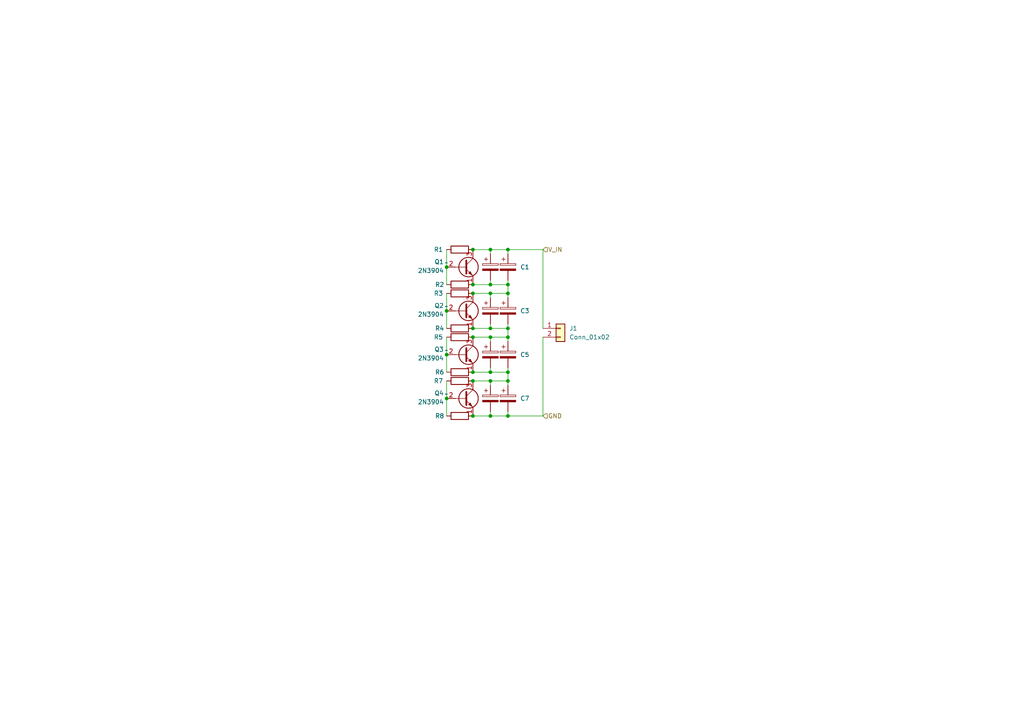
<source format=kicad_sch>
(kicad_sch (version 20250114) (generator "eeschema") (generator_version "9.0")
  (paper "A4")
  (lib_symbols
    (symbol "Connector_Generic:Conn_01x02" (pin_names (offset 1.016) (hide yes))
      (property "Reference" "J" (at 0 2.54 0))
      (property "Value" "Conn_01x02" (at 0 -5.08 0))
      (symbol "Conn_01x02_1_1"
        (rectangle (start -1.27 1.27) (end 1.27 -3.81) (stroke (width 0.254)) (fill (type background)))
        (rectangle (start -1.27 0.127) (end 0 -0.127) (stroke (width 0.1524)))
        (rectangle (start -1.27 -2.413) (end 0 -2.667) (stroke (width 0.1524)))
        (pin passive line (at -5.08 0 0) (length 3.81) (name "Pin_1") (number "1"))
        (pin passive line (at -5.08 -2.54 0) (length 3.81) (name "Pin_2") (number "2"))
      )
    )
    (symbol "Device:C_Polarized" (pin_numbers (hide yes)) (pin_names (offset 0.254))
      (property "Reference" "C" (at 0.635 2.54 0))
      (property "Value" "C_Polarized" (at 0.635 -2.54 0))
      (symbol "C_Polarized_0_1"
        (rectangle (start -2.286 0.508) (end 2.286 1.016))
        (polyline (pts (xy -1.778 2.286) (xy -0.762 2.286)))
        (polyline (pts (xy -1.27 2.794) (xy -1.27 1.778)))
        (rectangle (start 2.286 -0.508) (end -2.286 -1.016) (fill (type outline)))
      )
      (symbol "C_Polarized_1_1"
        (pin passive line (at 0 3.81 270) (length 2.794) (name "~") (number "1"))
        (pin passive line (at 0 -3.81 90) (length 2.794) (name "~") (number "2"))
      )
    )
    (symbol "Device:R" (pin_numbers (hide yes)) (pin_names (offset 0))
      (property "Reference" "R" (at 2.032 0 90))
      (property "Value" "R" (at 0 0 90))
      (symbol "R_0_1"
        (rectangle (start -1.016 -2.54) (end 1.016 2.54) (stroke (width 0.254)))
      )
      (symbol "R_1_1"
        (pin passive line (at 0 3.81 270) (length 1.27) (name "~") (number "1"))
        (pin passive line (at 0 -3.81 90) (length 1.27) (name "~") (number "2"))
      )
    )
    (symbol "Transistor_BJT:2N3904" (pin_names (offset 0) (hide yes))
      (property "Reference" "Q" (at 5.08 1.905 0))
      (property "Value" "2N3904" (at 5.08 0 0))
      (symbol "2N3904_0_1"
        (polyline (pts (xy -2.54 0) (xy 0.635 0)))
        (polyline (pts (xy 0.635 1.905) (xy 0.635 -1.905)) (stroke (width 0.508)))
        (circle (center 1.27 0) (radius 2.8194) (stroke (width 0.254)))
      )
      (symbol "2N3904_1_1"
        (polyline (pts (xy 0.635 0.635) (xy 2.54 2.54)))
        (polyline (pts (xy 0.635 -0.635) (xy 2.54 -2.54)))
        (polyline (pts (xy 1.27 -1.778) (xy 1.778 -1.27) (xy 2.286 -2.286) (xy 1.27 -1.778)) (fill (type outline)))
        (pin input line (at -5.08 0 0) (length 2.54) (name "B") (number "2"))
        (pin passive line (at 2.54 5.08 270) (length 2.54) (name "C") (number "3"))
        (pin passive line (at 2.54 -5.08 90) (length 2.54) (name "E") (number "1"))
      )
    )
  )
  (junction (at 129.54 115.57))
  (junction (at 147.32 85.09))
  (junction (at 142.24 82.55))
  (junction (at 137.16 82.55))
  (junction (at 142.24 120.65))
  (junction (at 137.16 97.79))
  (junction (at 147.32 120.65))
  (junction (at 147.32 95.25))
  (junction (at 142.24 110.49))
  (junction (at 147.32 82.55))
  (junction (at 137.16 107.95))
  (junction (at 142.24 85.09))
  (junction (at 142.24 107.95))
  (junction (at 147.32 97.79))
  (junction (at 147.32 72.39))
  (junction (at 142.24 95.25))
  (junction (at 137.16 95.25))
  (junction (at 137.16 72.39))
  (junction (at 142.24 97.79))
  (junction (at 142.24 72.39))
  (junction (at 129.54 77.47))
  (junction (at 147.32 110.49))
  (junction (at 137.16 110.49))
  (junction (at 137.16 85.09))
  (junction (at 137.16 120.65))
  (junction (at 129.54 102.87))
  (junction (at 147.32 107.95))
  (junction (at 129.54 90.17))
  (wire (pts (xy 157.48 120.65) (xy 147.32 120.65)))
  (wire (pts (xy 129.54 85.09) (xy 129.54 90.17)))
  (wire (pts (xy 147.32 107.95) (xy 147.32 106.68)))
  (wire (pts (xy 129.54 110.49) (xy 129.54 115.57)))
  (wire (pts (xy 137.16 107.95) (xy 142.24 107.95)))
  (wire (pts (xy 142.24 72.39) (xy 147.32 72.39)))
  (wire (pts (xy 137.16 97.79) (xy 142.24 97.79)))
  (wire (pts (xy 157.48 97.79) (xy 157.48 120.65)))
  (wire (pts (xy 142.24 110.49) (xy 147.32 110.49)))
  (wire (pts (xy 142.24 107.95) (xy 142.24 106.68)))
  (wire (pts (xy 147.32 120.65) (xy 147.32 119.38)))
  (wire (pts (xy 142.24 82.55) (xy 147.32 82.55)))
  (wire (pts (xy 157.48 72.39) (xy 157.48 95.25)))
  (wire (pts (xy 142.24 72.39) (xy 142.24 73.66)))
  (wire (pts (xy 129.54 82.55) (xy 129.54 77.47)))
  (wire (pts (xy 142.24 97.79) (xy 147.32 97.79)))
  (wire (pts (xy 137.16 82.55) (xy 142.24 82.55)))
  (wire (pts (xy 147.32 107.95) (xy 147.32 110.49)))
  (wire (pts (xy 142.24 85.09) (xy 142.24 86.36)))
  (wire (pts (xy 147.32 85.09) (xy 147.32 86.36)))
  (wire (pts (xy 142.24 110.49) (xy 142.24 111.76)))
  (wire (pts (xy 142.24 107.95) (xy 147.32 107.95)))
  (wire (pts (xy 137.16 85.09) (xy 142.24 85.09)))
  (wire (pts (xy 147.32 95.25) (xy 147.32 97.79)))
  (wire (pts (xy 142.24 82.55) (xy 142.24 81.28)))
  (wire (pts (xy 142.24 95.25) (xy 142.24 93.98)))
  (wire (pts (xy 142.24 120.65) (xy 142.24 119.38)))
  (wire (pts (xy 147.32 97.79) (xy 147.32 99.06)))
  (wire (pts (xy 142.24 120.65) (xy 147.32 120.65)))
  (wire (pts (xy 137.16 72.39) (xy 142.24 72.39)))
  (wire (pts (xy 142.24 95.25) (xy 147.32 95.25)))
  (wire (pts (xy 137.16 110.49) (xy 142.24 110.49)))
  (wire (pts (xy 147.32 72.39) (xy 157.48 72.39)))
  (wire (pts (xy 147.32 110.49) (xy 147.32 111.76)))
  (wire (pts (xy 142.24 97.79) (xy 142.24 99.06)))
  (wire (pts (xy 129.54 72.39) (xy 129.54 77.47)))
  (wire (pts (xy 129.54 97.79) (xy 129.54 102.87)))
  (wire (pts (xy 147.32 82.55) (xy 147.32 85.09)))
  (wire (pts (xy 147.32 72.39) (xy 147.32 73.66)))
  (wire (pts (xy 129.54 115.57) (xy 129.54 120.65)))
  (wire (pts (xy 137.16 95.25) (xy 142.24 95.25)))
  (wire (pts (xy 142.24 85.09) (xy 147.32 85.09)))
  (wire (pts (xy 147.32 82.55) (xy 147.32 81.28)))
  (wire (pts (xy 137.16 120.65) (xy 142.24 120.65)))
  (wire (pts (xy 147.32 95.25) (xy 147.32 93.98)))
  (wire (pts (xy 129.54 90.17) (xy 129.54 95.25)))
  (wire (pts (xy 129.54 102.87) (xy 129.54 107.95)))
  (hierarchical_label "GND" (shape input) (at 157.48 120.65 0))
  (hierarchical_label "V_IN" (shape input) (at 157.48 72.39 0))
  (symbol (lib_id "Device:C_Polarized") (at 147.32 115.57 0) (unit 1)
    (property "Reference" "C8" (effects (hide yes)))
    (property "Value" "C_Polarized" (effects (hide yes)))
    (property "Footprint" "Library:smallcap" (effects (hide yes)))
    (property "Description" "Polarized capacitor" (effects (hide yes)))
  )
  (symbol (lib_id "Transistor_BJT:2N3904") (at 134.62 102.87 0) (unit 1)
    (property "Reference" "Q3" (at 125.984 101.346 0) (effects (justify left)))
    (property "Value" "2N3904" (at 121.158 103.886 0) (effects (justify left)))
    (property "Footprint" "Library:2n3904" (effects (hide yes)))
    (property "Datasheet" "https://www.onsemi.com/pub/Collateral/2N3903-D.PDF" (effects (hide yes)))
    (property "Description" "0.2A Ic, 40V Vce, Small Signal NPN Transistor, TO-92" (effects (hide yes)))
  )
  (symbol (lib_id "Transistor_BJT:2N3904") (at 134.62 90.17 0) (unit 1)
    (property "Reference" "Q2" (at 125.984 88.646 0) (effects (justify left)))
    (property "Value" "2N3904" (at 121.158 91.186 0) (effects (justify left)))
    (property "Footprint" "Library:2n3904" (effects (hide yes)))
    (property "Datasheet" "https://www.onsemi.com/pub/Collateral/2N3903-D.PDF" (effects (hide yes)))
    (property "Description" "0.2A Ic, 40V Vce, Small Signal NPN Transistor, TO-92" (effects (hide yes)))
  )
  (symbol (lib_id "Device:C_Polarized") (at 147.32 90.17 0) (unit 1)
    (property "Reference" "C4" (effects (hide yes)))
    (property "Value" "C_Polarized" (effects (hide yes)))
    (property "Footprint" "Library:smallcap" (effects (hide yes)))
    (property "Description" "Polarized capacitor" (effects (hide yes)))
  )
  (symbol (lib_id "Device:R") (at 133.35 95.25 90) (unit 1)
    (property "Reference" "R4" (at 127.508 95.25 90))
    (property "Value" "20k" (effects (hide yes)))
    (property "Footprint" "Resistor_THT:R_Axial_DIN0207_L6.3mm_D2.5mm_P7.62mm_Horizontal" (effects (hide yes)))
    (property "Description" "Resistor" (effects (hide yes)))
  )
  (symbol (lib_id "Device:C_Polarized") (at 142.24 102.87 0) (unit 1)
    (property "Reference" "C5" (at 150.876 102.87 0) (effects (justify left)))
    (property "Value" "C_Polarized" (effects (hide yes)))
    (property "Footprint" "Library:bigcap2pos" (effects (hide yes)))
    (property "Description" "Polarized capacitor" (effects (hide yes)))
  )
  (symbol (lib_id "Device:C_Polarized") (at 142.24 90.17 0) (unit 1)
    (property "Reference" "C3" (at 150.876 90.17 0) (effects (justify left)))
    (property "Value" "C_Polarized" (effects (hide yes)))
    (property "Footprint" "Library:bigcap2neg" (effects (hide yes)))
    (property "Description" "Polarized capacitor" (effects (hide yes)))
  )
  (symbol (lib_id "Device:R") (at 133.35 97.79 90) (unit 1)
    (property "Reference" "R5" (at 128.524 97.79 90) (effects (justify left)))
    (property "Value" "~" (at 130.048 101.6 90) (effects (justify left)))
    (property "Footprint" "Resistor_THT:R_Axial_DIN0207_L6.3mm_D2.5mm_P7.62mm_Horizontal" (effects (hide yes)))
    (property "Description" "Resistor" (effects (hide yes)))
  )
  (symbol (lib_id "Device:R") (at 133.35 72.39 90) (unit 1)
    (property "Reference" "R1" (at 128.524 72.39 90) (effects (justify left)))
    (property "Value" "~" (at 130.048 76.2 90) (effects (justify left)))
    (property "Footprint" "Resistor_THT:R_Axial_DIN0207_L6.3mm_D2.5mm_P7.62mm_Horizontal" (effects (hide yes)))
    (property "Description" "Resistor" (effects (hide yes)))
  )
  (symbol (lib_id "Device:R") (at 133.35 107.95 90) (unit 1)
    (property "Reference" "R6" (at 127.508 107.95 90))
    (property "Value" "20k" (effects (hide yes)))
    (property "Footprint" "Resistor_THT:R_Axial_DIN0207_L6.3mm_D2.5mm_P7.62mm_Horizontal" (effects (hide yes)))
    (property "Description" "Resistor" (effects (hide yes)))
  )
  (symbol (lib_id "Device:R") (at 133.35 85.09 90) (unit 1)
    (property "Reference" "R3" (at 128.524 85.09 90) (effects (justify left)))
    (property "Value" "~" (at 130.048 88.9 90) (effects (justify left)))
    (property "Footprint" "Resistor_THT:R_Axial_DIN0207_L6.3mm_D2.5mm_P7.62mm_Horizontal" (effects (hide yes)))
    (property "Description" "Resistor" (effects (hide yes)))
  )
  (symbol (lib_id "Device:C_Polarized") (at 142.24 77.47 0) (unit 1)
    (property "Reference" "C1" (at 150.876 77.47 0) (effects (justify left)))
    (property "Value" "C_Polarized" (effects (hide yes)))
    (property "Footprint" "Library:bigcap2pos" (effects (hide yes)))
    (property "Description" "Polarized capacitor" (effects (hide yes)))
  )
  (symbol (lib_id "Device:C_Polarized") (at 147.32 102.87 0) (unit 1)
    (property "Reference" "C6" (effects (hide yes)))
    (property "Value" "C_Polarized" (effects (hide yes)))
    (property "Footprint" "Library:smallcap" (effects (hide yes)))
    (property "Description" "Polarized capacitor" (effects (hide yes)))
  )
  (symbol (lib_id "Transistor_BJT:2N3904") (at 134.62 77.47 0) (unit 1)
    (property "Reference" "Q1" (at 125.984 75.946 0) (effects (justify left)))
    (property "Value" "2N3904" (at 121.158 78.486 0) (effects (justify left)))
    (property "Footprint" "Library:2n3904" (effects (hide yes)))
    (property "Datasheet" "https://www.onsemi.com/pub/Collateral/2N3903-D.PDF" (effects (hide yes)))
    (property "Description" "0.2A Ic, 40V Vce, Small Signal NPN Transistor, TO-92" (effects (hide yes)))
  )
  (symbol (lib_id "Device:C_Polarized") (at 147.32 77.47 0) (unit 1)
    (property "Reference" "C2" (effects (hide yes)))
    (property "Value" "C_Polarized" (effects (hide yes)))
    (property "Footprint" "Library:smallcap" (effects (hide yes)))
    (property "Description" "Polarized capacitor" (effects (hide yes)))
  )
  (symbol (lib_id "Connector_Generic:Conn_01x02") (at 162.56 95.25 0) (unit 1)
    (property "Reference" "J1" (at 165.1 95.2499 0) (effects (justify left)))
    (property "Value" "Conn_01x02" (at 165.1 97.7899 0) (effects (justify left)))
    (property "Footprint" "Library:xt30" (effects (hide yes)))
    (property "Description" "Generic connector, single row, 01x02, script generated (kicad-library-utils/schlib/autogen/connector/)" (effects (hide yes)))
  )
  (symbol (lib_id "Device:C_Polarized") (at 142.24 115.57 0) (unit 1)
    (property "Reference" "C7" (at 150.876 115.57 0) (effects (justify left)))
    (property "Value" "C_Polarized" (effects (hide yes)))
    (property "Footprint" "Library:bigcap2neg" (effects (hide yes)))
    (property "Description" "Polarized capacitor" (effects (hide yes)))
  )
  (symbol (lib_id "Device:R") (at 133.35 82.55 90) (unit 1)
    (property "Reference" "R2" (at 127.508 82.55 90))
    (property "Value" "20k" (effects (hide yes)))
    (property "Footprint" "Resistor_THT:R_Axial_DIN0207_L6.3mm_D2.5mm_P7.62mm_Horizontal" (effects (hide yes)))
    (property "Description" "Resistor" (effects (hide yes)))
  )
  (symbol (lib_id "Device:R") (at 133.35 120.65 90) (unit 1)
    (property "Reference" "R8" (at 127.508 120.65 90))
    (property "Value" "20k" (effects (hide yes)))
    (property "Footprint" "Resistor_THT:R_Axial_DIN0207_L6.3mm_D2.5mm_P7.62mm_Horizontal" (effects (hide yes)))
    (property "Description" "Resistor" (effects (hide yes)))
  )
  (symbol (lib_id "Device:R") (at 133.35 110.49 90) (unit 1)
    (property "Reference" "R7" (at 128.524 110.49 90) (effects (justify left)))
    (property "Value" "~" (at 130.048 114.3 90) (effects (justify left)))
    (property "Footprint" "Resistor_THT:R_Axial_DIN0207_L6.3mm_D2.5mm_P7.62mm_Horizontal" (effects (hide yes)))
    (property "Description" "Resistor" (effects (hide yes)))
  )
  (symbol (lib_id "Transistor_BJT:2N3904") (at 134.62 115.57 0) (unit 1)
    (property "Reference" "Q4" (at 125.984 114.046 0) (effects (justify left)))
    (property "Value" "2N3904" (at 121.158 116.586 0) (effects (justify left)))
    (property "Footprint" "Library:2n3904" (effects (hide yes)))
    (property "Datasheet" "https://www.onsemi.com/pub/Collateral/2N3903-D.PDF" (effects (hide yes)))
    (property "Description" "0.2A Ic, 40V Vce, Small Signal NPN Transistor, TO-92" (effects (hide yes)))
  )
)
</source>
